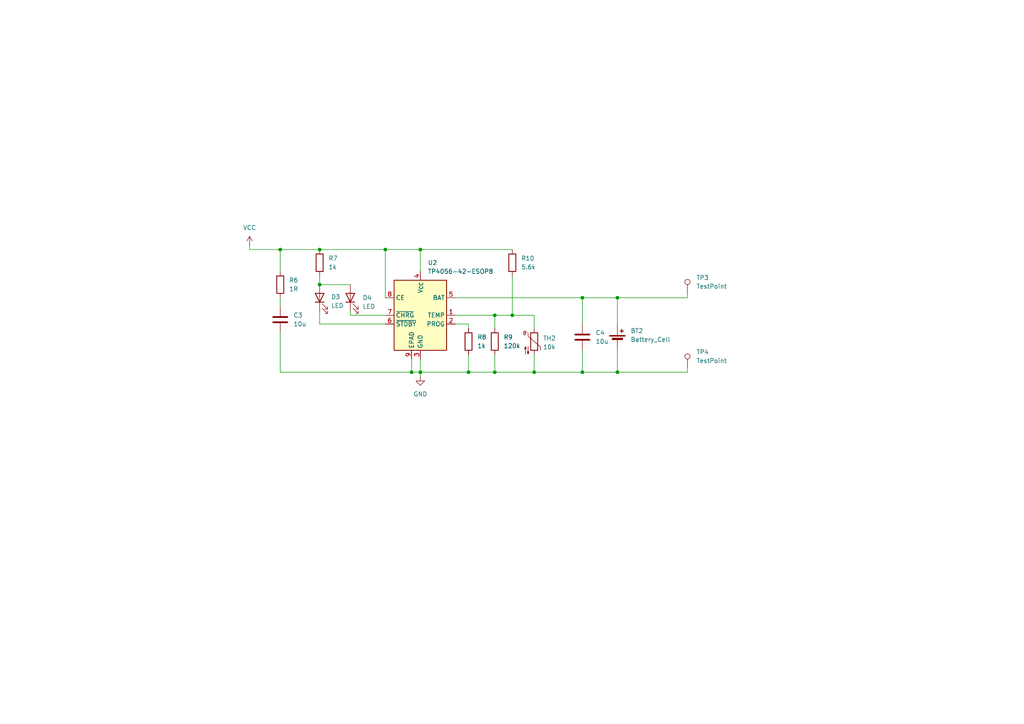
<source format=kicad_sch>
(kicad_sch (version 20250114) (generator "eeschema") (generator_version "9.0")
  (paper "A4")
  (lib_symbols
    (symbol "Battery_Management:TP4056-42-ESOP8"
      (property "Reference" "U" (at -6.604 11.684 0))
      (property "Value" "TP4056-42-ESOP8" (at 10.16 11.684 0))
      (symbol "TP4056-42-ESOP8_1_0"
        (pin input line (at -10.16 5.08 0) (length 2.54) (name "CE") (number "8"))
        (pin open_collector line (at -10.16 0 0) (length 2.54) (name "~{CHRG}") (number "7"))
        (pin open_collector line (at -10.16 -2.54 0) (length 2.54) (name "~{STDBY}") (number "6"))
        (pin passive line (at -2.54 -12.7 90) (length 2.54) (name "EPAD") (number "9"))
        (pin power_in line (at 0 12.7 270) (length 2.54) (name "V_{CC}") (number "4"))
        (pin power_in line (at 0 -12.7 90) (length 2.54) (name "GND") (number "3"))
        (pin power_out line (at 10.16 5.08 180) (length 2.54) (name "BAT") (number "5"))
        (pin input line (at 10.16 0 180) (length 2.54) (name "TEMP") (number "1"))
        (pin passive line (at 10.16 -2.54 180) (length 2.54) (name "PROG") (number "2"))
      )
      (symbol "TP4056-42-ESOP8_1_1"
        (rectangle (start -7.62 10.16) (end 7.62 -10.16) (stroke (width 0.254)) (fill (type background)))
      )
    )
    (symbol "Connector:TestPoint" (pin_numbers (hide yes)) (pin_names (offset 0.762) (hide yes))
      (property "Reference" "TP" (at 0 6.858 0))
      (property "Value" "TestPoint" (at 0 5.08 0))
      (symbol "TestPoint_0_1"
        (circle (center 0 3.302) (radius 0.762))
      )
      (symbol "TestPoint_1_1"
        (pin passive line (at 0 0 90) (length 2.54) (name "1") (number "1"))
      )
    )
    (symbol "Device:Battery_Cell" (pin_numbers (hide yes)) (pin_names (offset 0) (hide yes))
      (property "Reference" "BT" (at 2.54 2.54 0))
      (property "Value" "Battery_Cell" (at 2.54 0 0))
      (symbol "Battery_Cell_0_1"
        (rectangle (start -2.286 1.778) (end 2.286 1.524) (fill (type outline)))
        (rectangle (start -1.524 1.016) (end 1.524 0.508) (fill (type outline)))
        (polyline (pts (xy 0 1.778) (xy 0 2.54)))
        (polyline (pts (xy 0 0.762) (xy 0 0)))
        (polyline (pts (xy 0.762 3.048) (xy 1.778 3.048)) (stroke (width 0.254)))
        (polyline (pts (xy 1.27 3.556) (xy 1.27 2.54)) (stroke (width 0.254)))
      )
      (symbol "Battery_Cell_1_1"
        (pin passive line (at 0 5.08 270) (length 2.54) (name "+") (number "1"))
        (pin passive line (at 0 -2.54 90) (length 2.54) (name "-") (number "2"))
      )
    )
    (symbol "Device:C" (pin_numbers (hide yes)) (pin_names (offset 0.254))
      (property "Reference" "C" (at 0.635 2.54 0))
      (property "Value" "C" (at 0.635 -2.54 0))
      (symbol "C_0_1"
        (polyline (pts (xy -2.032 0.762) (xy 2.032 0.762)) (stroke (width 0.508)))
        (polyline (pts (xy -2.032 -0.762) (xy 2.032 -0.762)) (stroke (width 0.508)))
      )
      (symbol "C_1_1"
        (pin passive line (at 0 3.81 270) (length 2.794) (name "~") (number "1"))
        (pin passive line (at 0 -3.81 90) (length 2.794) (name "~") (number "2"))
      )
    )
    (symbol "Device:LED" (pin_numbers (hide yes)) (pin_names (offset 1.016) (hide yes))
      (property "Reference" "D" (at 0 2.54 0))
      (property "Value" "LED" (at 0 -2.54 0))
      (symbol "LED_0_1"
        (polyline (pts (xy -3.048 -0.762) (xy -4.572 -2.286) (xy -3.81 -2.286) (xy -4.572 -2.286) (xy -4.572 -1.524)))
        (polyline (pts (xy -1.778 -0.762) (xy -3.302 -2.286) (xy -2.54 -2.286) (xy -3.302 -2.286) (xy -3.302 -1.524)))
        (polyline (pts (xy -1.27 0) (xy 1.27 0)))
        (polyline (pts (xy -1.27 -1.27) (xy -1.27 1.27)) (stroke (width 0.254)))
        (polyline (pts (xy 1.27 -1.27) (xy 1.27 1.27) (xy -1.27 0) (xy 1.27 -1.27)) (stroke (width 0.254)))
      )
      (symbol "LED_1_1"
        (pin passive line (at -3.81 0 0) (length 2.54) (name "K") (number "1"))
        (pin passive line (at 3.81 0 180) (length 2.54) (name "A") (number "2"))
      )
    )
    (symbol "Device:R" (pin_numbers (hide yes)) (pin_names (offset 0))
      (property "Reference" "R" (at 2.032 0 90))
      (property "Value" "R" (at 0 0 90))
      (symbol "R_0_1"
        (rectangle (start -1.016 -2.54) (end 1.016 2.54) (stroke (width 0.254)))
      )
      (symbol "R_1_1"
        (pin passive line (at 0 3.81 270) (length 1.27) (name "~") (number "1"))
        (pin passive line (at 0 -3.81 90) (length 1.27) (name "~") (number "2"))
      )
    )
    (symbol "Device:Thermistor_NTC" (pin_numbers (hide yes)) (pin_names (offset 0))
      (property "Reference" "TH" (at -4.445 0 90))
      (property "Value" "Thermistor_NTC" (at 3.175 0 90))
      (symbol "Thermistor_NTC_0_1"
        (arc (start -3.175 2.413) (mid -3.0506 2.3165) (end -3.048 2.159))
        (arc (start -3.048 2.794) (mid -2.9736 2.9736) (end -2.794 3.048))
        (arc (start -2.794 3.048) (mid -2.6144 2.9736) (end -2.54 2.794))
        (arc (start -2.794 2.54) (mid -2.9736 2.6144) (end -3.048 2.794))
        (arc (start -2.794 1.905) (mid -2.9736 1.9794) (end -3.048 2.159))
        (arc (start -2.54 2.159) (mid -2.6144 1.9794) (end -2.794 1.905))
        (arc (start -2.159 2.794) (mid -2.434 2.5608) (end -2.794 2.54))
        (polyline (pts (xy -2.54 2.159) (xy -2.54 2.794)))
        (polyline (pts (xy -2.54 -3.683) (xy -2.54 -1.397) (xy -2.794 -2.159) (xy -2.286 -2.159) (xy -2.54 -1.397) (xy -2.54 -1.651)) (fill (type outline)))
        (polyline (pts (xy -1.778 2.54) (xy -1.778 1.524) (xy 1.778 -1.524) (xy 1.778 -2.54)))
        (polyline (pts (xy -1.778 -1.397) (xy -1.778 -3.683) (xy -2.032 -2.921) (xy -1.524 -2.921) (xy -1.778 -3.683) (xy -1.778 -3.429)) (fill (type outline)))
        (rectangle (start -1.016 2.54) (end 1.016 -2.54) (stroke (width 0.254)))
      )
      (symbol "Thermistor_NTC_1_1"
        (pin passive line (at 0 3.81 270) (length 1.27) (name "~") (number "1"))
        (pin passive line (at 0 -3.81 90) (length 1.27) (name "~") (number "2"))
      )
    )
    (symbol "power:GND" (power) (pin_numbers (hide yes)) (pin_names (offset 0) (hide yes))
      (property "Value" "GND" (at 0 -3.81 0))
      (symbol "GND_0_1"
        (polyline (pts (xy 0 0) (xy 0 -1.27) (xy 1.27 -1.27) (xy 0 -2.54) (xy -1.27 -1.27) (xy 0 -1.27)))
      )
      (symbol "GND_1_1"
        (pin power_in line (at 0 0 270) (length 0) (name "~") (number "1"))
      )
    )
    (symbol "power:VCC" (power) (pin_numbers (hide yes)) (pin_names (offset 0) (hide yes))
      (property "Value" "VCC" (at 0 3.556 0))
      (symbol "VCC_0_1"
        (polyline (pts (xy -0.762 1.27) (xy 0 2.54)))
        (polyline (pts (xy 0 2.54) (xy 0.762 1.27)))
        (polyline (pts (xy 0 0) (xy 0 2.54)))
      )
      (symbol "VCC_1_1"
        (pin power_in line (at 0 0 90) (length 0) (name "~") (number "1"))
      )
    )
  )
  (junction (at 135.89 107.95))
  (junction (at 92.71 82.55))
  (junction (at 81.28 72.39))
  (junction (at 111.76 72.39))
  (junction (at 168.91 107.95))
  (junction (at 119.38 107.95))
  (junction (at 148.59 91.44))
  (junction (at 121.92 107.95))
  (junction (at 121.92 72.39))
  (junction (at 168.91 86.36))
  (junction (at 92.71 72.39))
  (junction (at 143.51 107.95))
  (junction (at 143.51 91.44))
  (junction (at 179.07 107.95))
  (junction (at 154.94 107.95))
  (junction (at 179.07 86.36))
  (wire (pts (xy 132.08 93.98) (xy 135.89 93.98)))
  (wire (pts (xy 148.59 91.44) (xy 154.94 91.44)))
  (wire (pts (xy 168.91 86.36) (xy 179.07 86.36)))
  (wire (pts (xy 111.76 72.39) (xy 121.92 72.39)))
  (wire (pts (xy 101.6 91.44) (xy 111.76 91.44)))
  (wire (pts (xy 101.6 90.17) (xy 101.6 91.44)))
  (wire (pts (xy 72.39 71.12) (xy 72.39 72.39)))
  (wire (pts (xy 92.71 93.98) (xy 111.76 93.98)))
  (wire (pts (xy 143.51 107.95) (xy 154.94 107.95)))
  (wire (pts (xy 81.28 107.95) (xy 119.38 107.95)))
  (wire (pts (xy 179.07 107.95) (xy 168.91 107.95)))
  (wire (pts (xy 72.39 72.39) (xy 81.28 72.39)))
  (wire (pts (xy 154.94 107.95) (xy 168.91 107.95)))
  (wire (pts (xy 154.94 91.44) (xy 154.94 95.25)))
  (wire (pts (xy 121.92 72.39) (xy 121.92 78.74)))
  (wire (pts (xy 135.89 107.95) (xy 121.92 107.95)))
  (wire (pts (xy 143.51 102.87) (xy 143.51 107.95)))
  (wire (pts (xy 121.92 72.39) (xy 148.59 72.39)))
  (wire (pts (xy 81.28 72.39) (xy 92.71 72.39)))
  (wire (pts (xy 199.39 107.95) (xy 199.39 106.68)))
  (wire (pts (xy 179.07 86.36) (xy 199.39 86.36)))
  (wire (pts (xy 81.28 96.52) (xy 81.28 107.95)))
  (wire (pts (xy 179.07 101.6) (xy 179.07 107.95)))
  (wire (pts (xy 92.71 72.39) (xy 111.76 72.39)))
  (wire (pts (xy 143.51 91.44) (xy 143.51 95.25)))
  (wire (pts (xy 168.91 86.36) (xy 168.91 93.98)))
  (wire (pts (xy 121.92 104.14) (xy 121.92 107.95)))
  (wire (pts (xy 179.07 107.95) (xy 199.39 107.95)))
  (wire (pts (xy 81.28 86.36) (xy 81.28 88.9)))
  (wire (pts (xy 111.76 72.39) (xy 111.76 86.36)))
  (wire (pts (xy 92.71 90.17) (xy 92.71 93.98)))
  (wire (pts (xy 168.91 101.6) (xy 168.91 107.95)))
  (wire (pts (xy 199.39 86.36) (xy 199.39 85.09)))
  (wire (pts (xy 92.71 80.01) (xy 92.71 82.55)))
  (wire (pts (xy 132.08 91.44) (xy 143.51 91.44)))
  (wire (pts (xy 135.89 93.98) (xy 135.89 95.25)))
  (wire (pts (xy 92.71 82.55) (xy 101.6 82.55)))
  (wire (pts (xy 135.89 107.95) (xy 143.51 107.95)))
  (wire (pts (xy 81.28 72.39) (xy 81.28 78.74)))
  (wire (pts (xy 121.92 107.95) (xy 121.92 109.22)))
  (wire (pts (xy 119.38 107.95) (xy 121.92 107.95)))
  (wire (pts (xy 119.38 104.14) (xy 119.38 107.95)))
  (wire (pts (xy 179.07 86.36) (xy 179.07 93.98)))
  (wire (pts (xy 143.51 91.44) (xy 148.59 91.44)))
  (wire (pts (xy 135.89 102.87) (xy 135.89 107.95)))
  (wire (pts (xy 148.59 80.01) (xy 148.59 91.44)))
  (wire (pts (xy 154.94 102.87) (xy 154.94 107.95)))
  (wire (pts (xy 132.08 86.36) (xy 168.91 86.36)))
  (symbol (lib_id "Device:C") (at 168.91 97.79 0) (unit 1)
    (property "Reference" "C2" (at 172.72 96.5199 0) (effects (justify left)))
    (property "Value" "10u" (at 172.72 99.0599 0) (effects (justify left)))
    (property "Footprint" "Capacitor_SMD:C_0603_1608Metric" (effects (hide yes)))
    (property "Description" "Unpolarized capacitor" (effects (hide yes)))
    (property "LCSC" "C19702" (effects (hide yes)))
    (instances (project "TP4056_4cell_charger" (path "" (reference "C4") (unit 1)) (path "" (reference "C6") (unit 1)) (path "" (reference "C8") (unit 1)) (path "" (reference "C2") (unit 1))))
  )
  (symbol (lib_id "power:GND") (at 121.92 109.22 0) (unit 1)
    (property "Reference" "#PWR01" (effects (hide yes)))
    (property "Value" "GND" (at 121.92 114.3 0))
    (property "Description" "Power symbol creates a global label with name \"GND\" , ground" (effects (hide yes)))
    (instances (project "TP4056_4cell_charger" (path "" (reference "#PWR04") (unit 1)) (path "" (reference "#PWR06") (unit 1)) (path "" (reference "#PWR08") (unit 1)) (path "" (reference "#PWR01") (unit 1))))
  )
  (symbol (lib_id "Device:C") (at 81.28 92.71 0) (unit 1)
    (property "Reference" "C1" (at 85.09 91.4399 0) (effects (justify left)))
    (property "Value" "10u" (at 85.09 93.9799 0) (effects (justify left)))
    (property "Footprint" "Capacitor_SMD:C_0603_1608Metric" (effects (hide yes)))
    (property "Description" "Unpolarized capacitor" (effects (hide yes)))
    (property "LCSC" "C19702" (effects (hide yes)))
    (instances (project "TP4056_4cell_charger" (path "" (reference "C3") (unit 1)) (path "" (reference "C5") (unit 1)) (path "" (reference "C7") (unit 1)) (path "" (reference "C1") (unit 1))))
  )
  (symbol (lib_id "Device:R") (at 135.89 99.06 0) (unit 1)
    (property "Reference" "R1" (at 138.43 97.7899 0) (effects (justify left)))
    (property "Value" "1k" (at 138.43 100.3299 0) (effects (justify left)))
    (property "Footprint" "Resistor_SMD:R_0603_1608Metric" (effects (hide yes)))
    (property "Description" "Resistor" (effects (hide yes)))
    (property "LCSC" "C22548" (effects (hide yes)))
    (instances (project "TP4056_4cell_charger" (path "" (reference "R8") (unit 1)) (path "" (reference "R13") (unit 1)) (path "" (reference "R18") (unit 1)) (path "" (reference "R1") (unit 1))))
  )
  (symbol (lib_id "Device:R") (at 81.28 82.55 0) (unit 1)
    (property "Reference" "R2" (at 83.82 81.2799 0) (effects (justify left)))
    (property "Value" "1R" (at 83.82 83.8199 0) (effects (justify left)))
    (property "Footprint" "Resistor_SMD:R_0603_1608Metric" (effects (hide yes)))
    (property "Description" "Resistor" (effects (hide yes)))
    (property "LCSC" "C112305" (effects (hide yes)))
    (instances (project "TP4056_4cell_charger" (path "" (reference "R6") (unit 1)) (path "" (reference "R11") (unit 1)) (path "" (reference "R16") (unit 1)) (path "" (reference "R2") (unit 1))))
  )
  (symbol (lib_id "Device:R") (at 143.51 99.06 0) (unit 1)
    (property "Reference" "R5" (at 146.05 97.7899 0) (effects (justify left)))
    (property "Value" "120k" (at 146.05 100.3299 0) (effects (justify left)))
    (property "Footprint" "Resistor_SMD:R_0603_1608Metric" (effects (hide yes)))
    (property "Description" "Resistor" (effects (hide yes)))
    (property "LCSC" "C114607" (effects (hide yes)))
    (instances (project "TP4056_4cell_charger" (path "" (reference "R9") (unit 1)) (path "" (reference "R14") (unit 1)) (path "" (reference "R19") (unit 1)) (path "" (reference "R5") (unit 1))))
  )
  (symbol (lib_id "Connector:TestPoint") (at 199.39 85.09 0) (unit 1)
    (property "Reference" "TP1" (at 201.93 80.5179 0) (effects (justify left)))
    (property "Value" "TestPoint" (at 201.93 83.0579 0) (effects (justify left)))
    (property "Footprint" "TestPoint:TestPoint_Pad_4.0x4.0mm" (effects (hide yes)))
    (property "Description" "test point" (effects (hide yes)))
    (instances (project "TP4056_4cell_charger" (path "" (reference "TP3") (unit 1)) (path "" (reference "TP5") (unit 1)) (path "" (reference "TP7") (unit 1)) (path "" (reference "TP1") (unit 1))))
  )
  (symbol (lib_id "Connector:TestPoint") (at 199.39 106.68 0) (unit 1)
    (property "Reference" "TP2" (at 201.93 102.1079 0) (effects (justify left)))
    (property "Value" "TestPoint" (at 201.93 104.6479 0) (effects (justify left)))
    (property "Footprint" "TestPoint:TestPoint_Pad_4.0x4.0mm" (effects (hide yes)))
    (property "Description" "test point" (effects (hide yes)))
    (instances (project "TP4056_4cell_charger" (path "" (reference "TP4") (unit 1)) (path "" (reference "TP6") (unit 1)) (path "" (reference "TP8") (unit 1)) (path "" (reference "TP2") (unit 1))))
  )
  (symbol (lib_id "Device:R") (at 148.59 76.2 0) (unit 1)
    (property "Reference" "R3" (at 151.13 74.9299 0) (effects (justify left)))
    (property "Value" "5.6k" (at 151.13 77.4699 0) (effects (justify left)))
    (property "Footprint" "Resistor_SMD:R_0603_1608Metric" (effects (hide yes)))
    (property "Description" "Resistor" (effects (hide yes)))
    (property "LCSC" "C114627" (effects (hide yes)))
    (instances (project "TP4056_4cell_charger" (path "" (reference "R10") (unit 1)) (path "" (reference "R15") (unit 1)) (path "" (reference "R20") (unit 1)) (path "" (reference "R3") (unit 1))))
  )
  (symbol (lib_id "Device:LED") (at 92.71 86.36 90) (unit 1)
    (property "Reference" "D1" (at 96.012 86.106 90) (effects (justify right)))
    (property "Value" "LED" (at 96.012 88.646 90) (effects (justify right)))
    (property "Footprint" "LED_SMD:LED_0603_1608Metric" (effects (hide yes)))
    (property "Description" "Light emitting diode" (effects (hide yes)))
    (property "Sim.Pins" "1=K 2=A" (effects (hide yes)))
    (property "LCSC" "C965807" (effects (hide yes)))
    (instances (project "TP4056_4cell_charger" (path "" (reference "D3") (unit 1)) (path "" (reference "D5") (unit 1)) (path "" (reference "D7") (unit 1)) (path "" (reference "D1") (unit 1))))
  )
  (symbol (lib_id "Device:Battery_Cell") (at 179.07 99.06 0) (unit 1)
    (property "Reference" "BT1" (at 182.88 95.9484 0) (effects (justify left)))
    (property "Value" "Battery_Cell" (at 182.88 98.4884 0) (effects (justify left)))
    (property "Description" "Single-cell battery" (effects (hide yes)))
    (instances (project "TP4056_4cell_charger" (path "" (reference "BT2") (unit 1)) (path "" (reference "BT3") (unit 1)) (path "" (reference "BT4") (unit 1)) (path "" (reference "BT1") (unit 1))))
  )
  (symbol (lib_id "Device:R") (at 92.71 76.2 0) (unit 1)
    (property "Reference" "R4" (at 95.25 74.9299 0) (effects (justify left)))
    (property "Value" "1k" (at 95.25 77.4699 0) (effects (justify left)))
    (property "Footprint" "Resistor_SMD:R_0603_1608Metric" (effects (hide yes)))
    (property "Description" "Resistor" (effects (hide yes)))
    (property "LCSC" "C22548" (effects (hide yes)))
    (instances (project "TP4056_4cell_charger" (path "" (reference "R7") (unit 1)) (path "" (reference "R12") (unit 1)) (path "" (reference "R17") (unit 1)) (path "" (reference "R4") (unit 1))))
  )
  (symbol (lib_id "Device:LED") (at 101.6 86.36 90) (unit 1)
    (property "Reference" "D2" (at 105.156 86.36 90) (effects (justify right)))
    (property "Value" "LED" (at 105.156 88.9 90) (effects (justify right)))
    (property "Footprint" "LED_SMD:LED_0603_1608Metric" (effects (hide yes)))
    (property "Description" "Light emitting diode" (effects (hide yes)))
    (property "Sim.Pins" "1=K 2=A" (effects (hide yes)))
    (property "LCSC" "C965799" (effects (hide yes)))
    (instances (project "TP4056_4cell_charger" (path "" (reference "D4") (unit 1)) (path "" (reference "D6") (unit 1)) (path "" (reference "D8") (unit 1)) (path "" (reference "D2") (unit 1))))
  )
  (symbol (lib_id "Battery_Management:TP4056-42-ESOP8") (at 121.92 91.44 0) (unit 1)
    (property "Reference" "U1" (at 124.0633 76.2 0) (effects (justify left)))
    (property "Value" "TP4056-42-ESOP8" (at 124.0633 78.74 0) (effects (justify left)))
    (property "Footprint" "Package_SO:SOIC-8-1EP_3.9x4.9mm_P1.27mm_EP2.41x3.3mm_ThermalVias" (effects (hide yes)))
    (property "Datasheet" "https://www.lcsc.com/datasheet/lcsc_datasheet_2410121619_TOPPOWER-Nanjing-Extension-Microelectronics-TP4056-42-ESOP8_C16581.pdf" (effects (hide yes)))
    (property "Description" "1A Standalone Linear Li-ion/LiPo single-cell battery charger, 4.2V ±1% charge voltage, VCC = 4.0..8.0V, SOIC-8 (SOP-8)" (effects (hide yes)))
    (property "LCSC" "C382139" (effects (hide yes)))
    (instances (project "TP4056_4cell_charger" (path "" (reference "U2") (unit 1)) (path "" (reference "U3") (unit 1)) (path "" (reference "U4") (unit 1)) (path "" (reference "U1") (unit 1))))
  )
  (symbol (lib_id "Device:Thermistor_NTC") (at 154.94 99.06 0) (unit 1)
    (property "Reference" "TH1" (at 157.48 98.1074 0) (effects (justify left)))
    (property "Value" "10k" (at 157.48 100.6474 0) (effects (justify left)))
    (property "Footprint" "Resistor_SMD:R_0603_1608Metric" (effects (hide yes)))
    (property "Description" "Temperature dependent resistor, negative temperature coefficient" (effects (hide yes)))
    (property "LCSC" "C13564" (effects (hide yes)))
    (instances (project "TP4056_4cell_charger" (path "" (reference "TH2") (unit 1)) (path "" (reference "TH3") (unit 1)) (path "" (reference "TH4") (unit 1)) (path "" (reference "TH1") (unit 1))))
  )
  (symbol (lib_id "power:VCC") (at 72.39 71.12 0) (unit 1)
    (property "Reference" "#PWR02" (effects (hide yes)))
    (property "Value" "VCC" (at 72.39 66.04 0))
    (property "Description" "Power symbol creates a global label with name \"VCC\"" (effects (hide yes)))
    (instances (project "TP4056_4cell_charger" (path "" (reference "#PWR03") (unit 1)) (path "" (reference "#PWR05") (unit 1)) (path "" (reference "#PWR07") (unit 1)) (path "" (reference "#PWR02") (unit 1))))
  )
)
</source>
